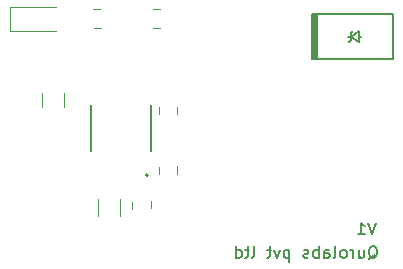
<source format=gbr>
%TF.GenerationSoftware,KiCad,Pcbnew,(5.1.12)-1*%
%TF.CreationDate,2022-05-04T12:53:07+05:30*%
%TF.ProjectId,5V3.5W,3556332e-3557-42e6-9b69-6361645f7063,rev?*%
%TF.SameCoordinates,Original*%
%TF.FileFunction,Legend,Bot*%
%TF.FilePolarity,Positive*%
%FSLAX46Y46*%
G04 Gerber Fmt 4.6, Leading zero omitted, Abs format (unit mm)*
G04 Created by KiCad (PCBNEW (5.1.12)-1) date 2022-05-04 12:53:07*
%MOMM*%
%LPD*%
G01*
G04 APERTURE LIST*
%ADD10C,0.150000*%
%ADD11C,0.120000*%
%ADD12C,0.200000*%
%ADD13C,0.127000*%
G04 APERTURE END LIST*
D10*
X127339523Y-156512380D02*
X127006190Y-157512380D01*
X126672857Y-156512380D01*
X125815714Y-157512380D02*
X126387142Y-157512380D01*
X126101428Y-157512380D02*
X126101428Y-156512380D01*
X126196666Y-156655238D01*
X126291904Y-156750476D01*
X126387142Y-156798095D01*
X126735714Y-159577619D02*
X126830952Y-159530000D01*
X126926190Y-159434761D01*
X127069047Y-159291904D01*
X127164285Y-159244285D01*
X127259523Y-159244285D01*
X127211904Y-159482380D02*
X127307142Y-159434761D01*
X127402380Y-159339523D01*
X127450000Y-159149047D01*
X127450000Y-158815714D01*
X127402380Y-158625238D01*
X127307142Y-158530000D01*
X127211904Y-158482380D01*
X127021428Y-158482380D01*
X126926190Y-158530000D01*
X126830952Y-158625238D01*
X126783333Y-158815714D01*
X126783333Y-159149047D01*
X126830952Y-159339523D01*
X126926190Y-159434761D01*
X127021428Y-159482380D01*
X127211904Y-159482380D01*
X125926190Y-158815714D02*
X125926190Y-159482380D01*
X126354761Y-158815714D02*
X126354761Y-159339523D01*
X126307142Y-159434761D01*
X126211904Y-159482380D01*
X126069047Y-159482380D01*
X125973809Y-159434761D01*
X125926190Y-159387142D01*
X125450000Y-159482380D02*
X125450000Y-158815714D01*
X125450000Y-159006190D02*
X125402380Y-158910952D01*
X125354761Y-158863333D01*
X125259523Y-158815714D01*
X125164285Y-158815714D01*
X124688095Y-159482380D02*
X124783333Y-159434761D01*
X124830952Y-159387142D01*
X124878571Y-159291904D01*
X124878571Y-159006190D01*
X124830952Y-158910952D01*
X124783333Y-158863333D01*
X124688095Y-158815714D01*
X124545238Y-158815714D01*
X124450000Y-158863333D01*
X124402380Y-158910952D01*
X124354761Y-159006190D01*
X124354761Y-159291904D01*
X124402380Y-159387142D01*
X124450000Y-159434761D01*
X124545238Y-159482380D01*
X124688095Y-159482380D01*
X123783333Y-159482380D02*
X123878571Y-159434761D01*
X123926190Y-159339523D01*
X123926190Y-158482380D01*
X122973809Y-159482380D02*
X122973809Y-158958571D01*
X123021428Y-158863333D01*
X123116666Y-158815714D01*
X123307142Y-158815714D01*
X123402380Y-158863333D01*
X122973809Y-159434761D02*
X123069047Y-159482380D01*
X123307142Y-159482380D01*
X123402380Y-159434761D01*
X123450000Y-159339523D01*
X123450000Y-159244285D01*
X123402380Y-159149047D01*
X123307142Y-159101428D01*
X123069047Y-159101428D01*
X122973809Y-159053809D01*
X122497619Y-159482380D02*
X122497619Y-158482380D01*
X122497619Y-158863333D02*
X122402380Y-158815714D01*
X122211904Y-158815714D01*
X122116666Y-158863333D01*
X122069047Y-158910952D01*
X122021428Y-159006190D01*
X122021428Y-159291904D01*
X122069047Y-159387142D01*
X122116666Y-159434761D01*
X122211904Y-159482380D01*
X122402380Y-159482380D01*
X122497619Y-159434761D01*
X121640476Y-159434761D02*
X121545238Y-159482380D01*
X121354761Y-159482380D01*
X121259523Y-159434761D01*
X121211904Y-159339523D01*
X121211904Y-159291904D01*
X121259523Y-159196666D01*
X121354761Y-159149047D01*
X121497619Y-159149047D01*
X121592857Y-159101428D01*
X121640476Y-159006190D01*
X121640476Y-158958571D01*
X121592857Y-158863333D01*
X121497619Y-158815714D01*
X121354761Y-158815714D01*
X121259523Y-158863333D01*
X120021428Y-158815714D02*
X120021428Y-159815714D01*
X120021428Y-158863333D02*
X119926190Y-158815714D01*
X119735714Y-158815714D01*
X119640476Y-158863333D01*
X119592857Y-158910952D01*
X119545238Y-159006190D01*
X119545238Y-159291904D01*
X119592857Y-159387142D01*
X119640476Y-159434761D01*
X119735714Y-159482380D01*
X119926190Y-159482380D01*
X120021428Y-159434761D01*
X119211904Y-158815714D02*
X118973809Y-159482380D01*
X118735714Y-158815714D01*
X118497619Y-158815714D02*
X118116666Y-158815714D01*
X118354761Y-158482380D02*
X118354761Y-159339523D01*
X118307142Y-159434761D01*
X118211904Y-159482380D01*
X118116666Y-159482380D01*
X116878571Y-159482380D02*
X116973809Y-159434761D01*
X117021428Y-159339523D01*
X117021428Y-158482380D01*
X116640476Y-158815714D02*
X116259523Y-158815714D01*
X116497619Y-158482380D02*
X116497619Y-159339523D01*
X116450000Y-159434761D01*
X116354761Y-159482380D01*
X116259523Y-159482380D01*
X115497619Y-159482380D02*
X115497619Y-158482380D01*
X115497619Y-159434761D02*
X115592857Y-159482380D01*
X115783333Y-159482380D01*
X115878571Y-159434761D01*
X115926190Y-159387142D01*
X115973809Y-159291904D01*
X115973809Y-159006190D01*
X115926190Y-158910952D01*
X115878571Y-158863333D01*
X115783333Y-158815714D01*
X115592857Y-158815714D01*
X115497619Y-158863333D01*
D11*
%TO.C,C3*%
X103840000Y-154538748D02*
X103840000Y-155961252D01*
X105660000Y-154538748D02*
X105660000Y-155961252D01*
%TO.C,D2*%
X96400000Y-140250000D02*
X96400000Y-138250000D01*
X96400000Y-138250000D02*
X100250000Y-138250000D01*
X96400000Y-140250000D02*
X100250000Y-140250000D01*
%TO.C,F1*%
X99090000Y-145497936D02*
X99090000Y-146702064D01*
X100910000Y-145497936D02*
X100910000Y-146702064D01*
D12*
%TO.C,OPT1*%
X108050000Y-152500000D02*
G75*
G03*
X108050000Y-152500000I-100000J0D01*
G01*
D13*
X108270000Y-150470000D02*
X108270000Y-146530000D01*
X103230000Y-150470000D02*
X103230000Y-146530000D01*
D11*
%TO.C,R3*%
X108950000Y-152370000D02*
X108950000Y-151770000D01*
X110550000Y-152350000D02*
X110550000Y-151750000D01*
%TO.C,R4*%
X108300000Y-155300000D02*
X108300000Y-154700000D01*
X106700000Y-155320000D02*
X106700000Y-154720000D01*
%TO.C,R5*%
X108480000Y-138450000D02*
X109080000Y-138450000D01*
X108500000Y-140050000D02*
X109100000Y-140050000D01*
%TO.C,R6*%
X103450000Y-140050000D02*
X104050000Y-140050000D01*
X103430000Y-138450000D02*
X104030000Y-138450000D01*
D10*
%TO.C,D3*%
X125246000Y-140750000D02*
X124992000Y-140750000D01*
X122071000Y-138845000D02*
X122071000Y-142655000D01*
X122198000Y-142655000D02*
X121944000Y-142655000D01*
X121944000Y-142655000D02*
X121944000Y-138845000D01*
X121944000Y-138845000D02*
X122198000Y-138845000D01*
X122325000Y-138845000D02*
X122198000Y-138845000D01*
X122198000Y-138845000D02*
X122198000Y-142655000D01*
X122198000Y-142655000D02*
X122325000Y-142655000D01*
X123214000Y-142655000D02*
X128802000Y-142655000D01*
X128802000Y-142655000D02*
X128802000Y-138845000D01*
X128802000Y-138845000D02*
X123214000Y-138845000D01*
X123214000Y-138845000D02*
X122325000Y-138845000D01*
X122325000Y-138845000D02*
X122325000Y-142655000D01*
X122325000Y-142655000D02*
X123214000Y-142655000D01*
D13*
X125881000Y-140750000D02*
X126084200Y-140750000D01*
X127786000Y-138845000D02*
X123214000Y-138845000D01*
X127786000Y-142655000D02*
X123214000Y-142655000D01*
X125246000Y-140750000D02*
X125881000Y-140275020D01*
X125881000Y-140275020D02*
X125881000Y-140750000D01*
X125881000Y-140750000D02*
X125881000Y-141224980D01*
X125881000Y-141224980D02*
X125246000Y-140750000D01*
X125246000Y-140750000D02*
X125246000Y-140432500D01*
X125246000Y-140432500D02*
X125403480Y-140275020D01*
X125246000Y-140750000D02*
X125246000Y-141067500D01*
X125246000Y-141067500D02*
X125088520Y-141224980D01*
D11*
%TO.C,R2*%
X108950000Y-147320000D02*
X108950000Y-146720000D01*
X110550000Y-147300000D02*
X110550000Y-146700000D01*
%TD*%
M02*

</source>
